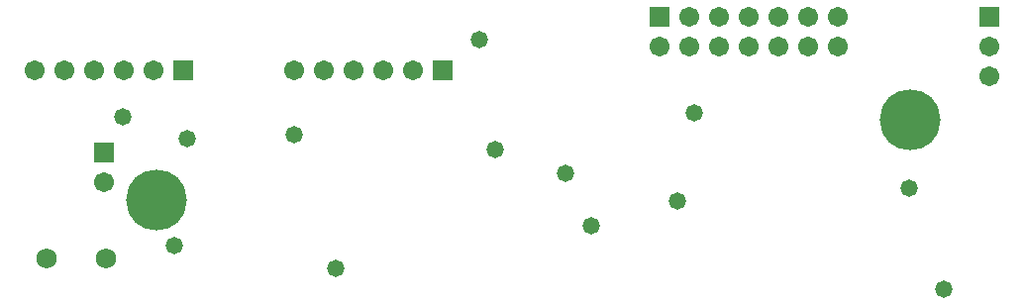
<source format=gbs>
G04*
G04 #@! TF.GenerationSoftware,Altium Limited,Altium Designer,18.0.9 (584)*
G04*
G04 Layer_Color=16711935*
%FSLAX25Y25*%
%MOIN*%
G70*
G01*
G75*
%ADD28C,0.20485*%
%ADD29R,0.06706X0.06706*%
%ADD30C,0.06706*%
%ADD31C,0.06800*%
%ADD32R,0.06706X0.06706*%
%ADD33C,0.05800*%
D28*
X423228Y176772D02*
D03*
X169685Y149606D02*
D03*
D29*
X338819Y211181D02*
D03*
X265748Y193307D02*
D03*
X178425D02*
D03*
D30*
X338819Y201181D02*
D03*
X348819Y211181D02*
D03*
Y201181D02*
D03*
X358819Y211181D02*
D03*
Y201181D02*
D03*
X368819Y211181D02*
D03*
Y201181D02*
D03*
X378819Y211181D02*
D03*
Y201181D02*
D03*
X388819Y211181D02*
D03*
Y201181D02*
D03*
X398819Y211181D02*
D03*
Y201181D02*
D03*
X450000D02*
D03*
Y191181D02*
D03*
X215748Y193307D02*
D03*
X225748D02*
D03*
X235748D02*
D03*
X245748D02*
D03*
X255748D02*
D03*
X128425D02*
D03*
X138425D02*
D03*
X148425D02*
D03*
X158425D02*
D03*
X168425D02*
D03*
X151969Y155512D02*
D03*
D31*
X152520Y129921D02*
D03*
X132520D02*
D03*
D32*
X450000Y211181D02*
D03*
X151969Y165512D02*
D03*
D33*
X179921Y170473D02*
D03*
X315748Y140945D02*
D03*
X307087Y158661D02*
D03*
X215748Y171653D02*
D03*
X434646Y119685D02*
D03*
X350394Y179134D02*
D03*
X175591Y134252D02*
D03*
X278346Y203543D02*
D03*
X283465Y166535D02*
D03*
X422835Y153543D02*
D03*
X229921Y126772D02*
D03*
X344882Y149213D02*
D03*
X158268Y177559D02*
D03*
M02*

</source>
